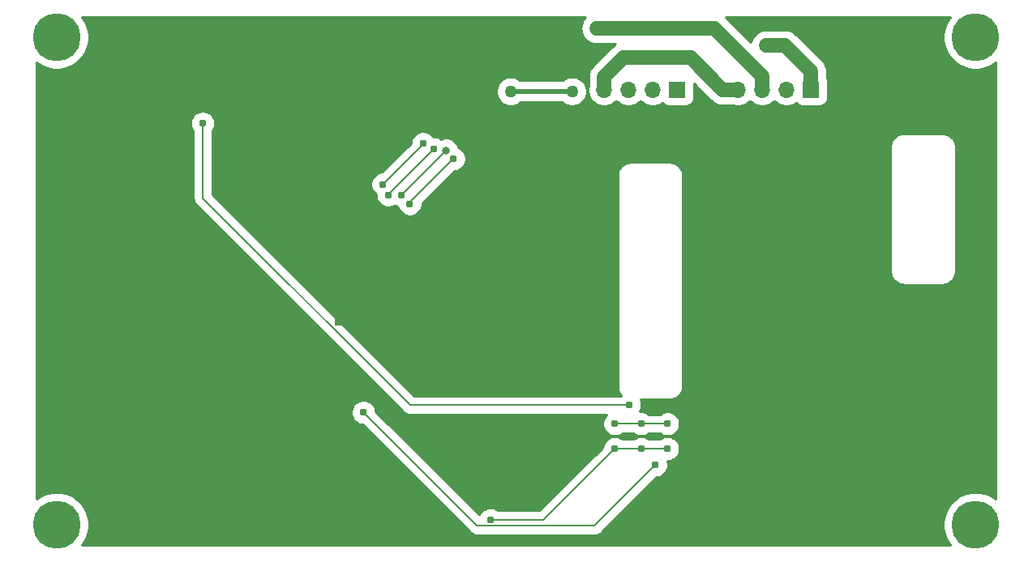
<source format=gbl>
G04 #@! TF.GenerationSoftware,KiCad,Pcbnew,(5.1.10-1-10_14)*
G04 #@! TF.CreationDate,2021-10-20T12:02:30-05:00*
G04 #@! TF.ProjectId,stepper_analyzer,73746570-7065-4725-9f61-6e616c797a65,rev?*
G04 #@! TF.SameCoordinates,Original*
G04 #@! TF.FileFunction,Copper,L2,Bot*
G04 #@! TF.FilePolarity,Positive*
%FSLAX46Y46*%
G04 Gerber Fmt 4.6, Leading zero omitted, Abs format (unit mm)*
G04 Created by KiCad (PCBNEW (5.1.10-1-10_14)) date 2021-10-20 12:02:30*
%MOMM*%
%LPD*%
G01*
G04 APERTURE LIST*
G04 #@! TA.AperFunction,ComponentPad*
%ADD10R,1.700000X1.700000*%
G04 #@! TD*
G04 #@! TA.AperFunction,ComponentPad*
%ADD11C,0.800000*%
G04 #@! TD*
G04 #@! TA.AperFunction,ComponentPad*
%ADD12C,5.000000*%
G04 #@! TD*
G04 #@! TA.AperFunction,ComponentPad*
%ADD13O,1.700000X1.700000*%
G04 #@! TD*
G04 #@! TA.AperFunction,ViaPad*
%ADD14C,0.787400*%
G04 #@! TD*
G04 #@! TA.AperFunction,ViaPad*
%ADD15C,1.270000*%
G04 #@! TD*
G04 #@! TA.AperFunction,ViaPad*
%ADD16C,0.800000*%
G04 #@! TD*
G04 #@! TA.AperFunction,Conductor*
%ADD17C,0.508000*%
G04 #@! TD*
G04 #@! TA.AperFunction,Conductor*
%ADD18C,1.524000*%
G04 #@! TD*
G04 #@! TA.AperFunction,Conductor*
%ADD19C,0.203200*%
G04 #@! TD*
G04 #@! TA.AperFunction,Conductor*
%ADD20C,0.254000*%
G04 #@! TD*
G04 #@! TA.AperFunction,Conductor*
%ADD21C,0.100000*%
G04 #@! TD*
G04 APERTURE END LIST*
D10*
X31890000Y50050000D03*
X31890000Y37350000D03*
X31890000Y24650000D03*
X31890000Y11950000D03*
X14110000Y11950000D03*
X14110000Y24650000D03*
X14110000Y37350000D03*
X14110000Y50050000D03*
D11*
X3325825Y4325825D03*
X2000000Y4875000D03*
X674175Y4325825D03*
X125000Y3000000D03*
X674175Y1674175D03*
X2000000Y1125000D03*
X3325825Y1674175D03*
X3875000Y3000000D03*
D12*
X2000000Y3000000D03*
D11*
X99325825Y55325825D03*
X98000000Y55875000D03*
X96674175Y55325825D03*
X96125000Y54000000D03*
X96674175Y52674175D03*
X98000000Y52125000D03*
X99325825Y52674175D03*
X99875000Y54000000D03*
D12*
X98000000Y54000000D03*
D11*
X99325825Y4325825D03*
X98000000Y4875000D03*
X96674175Y4325825D03*
X96125000Y3000000D03*
X96674175Y1674175D03*
X98000000Y1125000D03*
X99325825Y1674175D03*
X99875000Y3000000D03*
D12*
X98000000Y3000000D03*
D11*
X3325825Y55325825D03*
X2000000Y55875000D03*
X674175Y55325825D03*
X125000Y54000000D03*
X674175Y52674175D03*
X2000000Y52125000D03*
X3325825Y52674175D03*
X3875000Y54000000D03*
D12*
X2000000Y54000000D03*
G04 #@! TA.AperFunction,ComponentPad*
G36*
G01*
X1156500Y10927500D02*
X1156500Y11777500D01*
G75*
G02*
X1581500Y12202500I425000J0D01*
G01*
X2431500Y12202500D01*
G75*
G02*
X2856500Y11777500I0J-425000D01*
G01*
X2856500Y10927500D01*
G75*
G02*
X2431500Y10502500I-425000J0D01*
G01*
X1581500Y10502500D01*
G75*
G02*
X1156500Y10927500I0J425000D01*
G01*
G37*
G04 #@! TD.AperFunction*
D13*
X59220000Y48500000D03*
X61760000Y48500000D03*
X64300000Y48500000D03*
D10*
X66840000Y48500000D03*
D13*
X73190000Y48500000D03*
X75730000Y48500000D03*
X78270000Y48500000D03*
D10*
X80810000Y48500000D03*
D14*
X34060000Y14750000D03*
X70821600Y38424800D03*
X48130000Y36960000D03*
X50758500Y34657000D03*
X86017000Y48119000D03*
D15*
X42310000Y46000000D03*
D14*
X50885500Y31164500D03*
X49949000Y50151000D03*
D15*
X45504000Y7606000D03*
X47520000Y19798000D03*
D14*
X48091500Y32371000D03*
X47291291Y23261210D03*
X35979000Y23100000D03*
D15*
X55854500Y48309500D03*
X49441000Y48309500D03*
X58401000Y54909400D03*
X60579000Y54909400D03*
D14*
X36645750Y37482750D03*
X41440000Y42277000D03*
X36106000Y38594000D03*
X40297000Y42848500D03*
D15*
X78016000Y53086000D03*
X76125000Y53086000D03*
D14*
X38900000Y36562000D03*
X43472000Y41261000D03*
X38011000Y37451000D03*
D16*
X42710000Y42150000D03*
D14*
X60310000Y13550000D03*
X63060000Y13550000D03*
X65810000Y13550000D03*
X47310000Y3500000D03*
X60310000Y10950000D03*
X63060000Y10950000D03*
X65810000Y10950000D03*
X17280000Y44970000D03*
X61810000Y15500000D03*
X64560000Y9250000D03*
D17*
X49441000Y48309500D02*
X55854500Y48309500D01*
D18*
X75730000Y49897000D02*
X70717600Y54909400D01*
X75730000Y48500000D02*
X75730000Y49897000D01*
X70717600Y54909400D02*
X58401000Y54909400D01*
D19*
X36645750Y37546250D02*
X36645750Y37482750D01*
X41440000Y42277000D02*
X36645750Y37546250D01*
X40297000Y42785000D02*
X36106000Y38594000D01*
X40297000Y42848500D02*
X40297000Y42785000D01*
D18*
X59220000Y49822000D02*
X59220000Y48500000D01*
X61214000Y51816000D02*
X59220000Y49822000D01*
X68223000Y51816000D02*
X61214000Y51816000D01*
X71539000Y48500000D02*
X68223000Y51816000D01*
X73190000Y48500000D02*
X71539000Y48500000D01*
X80810000Y50374000D02*
X80810000Y48500000D01*
X78098000Y53086000D02*
X80810000Y50374000D01*
X78016000Y53086000D02*
X78098000Y53086000D01*
X78016000Y53086000D02*
X76125000Y53086000D01*
D19*
X38900000Y36689000D02*
X38900000Y36562000D01*
X43472000Y41261000D02*
X38900000Y36689000D01*
X42710000Y42150000D02*
X38011000Y37451000D01*
X60310000Y13550000D02*
X63060000Y13550000D01*
X65810000Y13550000D02*
X63060000Y13550000D01*
X52860000Y3500000D02*
X60310000Y10950000D01*
X47310000Y3500000D02*
X52860000Y3500000D01*
X65810000Y10950000D02*
X63060000Y10950000D01*
X60310000Y10950000D02*
X63060000Y10950000D01*
X17280000Y37148518D02*
X17280000Y44970000D01*
X38928518Y15500000D02*
X17280000Y37148518D01*
X61810000Y15500000D02*
X38928518Y15500000D01*
X58187699Y2877699D02*
X64560000Y9250000D01*
X45932301Y2877699D02*
X58187699Y2877699D01*
X34060000Y14750000D02*
X45932301Y2877699D01*
D20*
X57227918Y56082482D02*
X57021602Y55831084D01*
X56868295Y55544267D01*
X56773889Y55233053D01*
X56742012Y54909400D01*
X56773889Y54585747D01*
X56868295Y54274533D01*
X57021602Y53987716D01*
X57227918Y53736318D01*
X57479316Y53530002D01*
X57766133Y53376695D01*
X58077347Y53282289D01*
X58319896Y53258400D01*
X60410184Y53258400D01*
X60292316Y53195398D01*
X60040918Y52989082D01*
X59989213Y52926079D01*
X58109921Y51046787D01*
X58046918Y50995082D01*
X57840602Y50743683D01*
X57687295Y50456866D01*
X57592889Y50145652D01*
X57576387Y49978104D01*
X57561012Y49822000D01*
X57569000Y49740899D01*
X57569000Y49058359D01*
X57547829Y49007248D01*
X57481000Y48671277D01*
X57481000Y48328723D01*
X57547829Y47992752D01*
X57678918Y47676275D01*
X57869231Y47391452D01*
X58111452Y47149231D01*
X58396275Y46958918D01*
X58712752Y46827829D01*
X59048723Y46761000D01*
X59391277Y46761000D01*
X59727248Y46827829D01*
X60043725Y46958918D01*
X60328548Y47149231D01*
X60490000Y47310683D01*
X60651452Y47149231D01*
X60936275Y46958918D01*
X61252752Y46827829D01*
X61588723Y46761000D01*
X61931277Y46761000D01*
X62267248Y46827829D01*
X62583725Y46958918D01*
X62868548Y47149231D01*
X63030000Y47310683D01*
X63191452Y47149231D01*
X63476275Y46958918D01*
X63792752Y46827829D01*
X64128723Y46761000D01*
X64471277Y46761000D01*
X64807248Y46827829D01*
X65123725Y46958918D01*
X65306746Y47081209D01*
X65358341Y47018341D01*
X65493709Y46907247D01*
X65648149Y46824697D01*
X65815726Y46773864D01*
X65990000Y46756699D01*
X67690000Y46756699D01*
X67864274Y46773864D01*
X68031851Y46824697D01*
X68186291Y46907247D01*
X68321659Y47018341D01*
X68432753Y47153709D01*
X68515303Y47308149D01*
X68566136Y47475726D01*
X68583301Y47650000D01*
X68583301Y49120833D01*
X70314218Y47389915D01*
X70365918Y47326918D01*
X70428915Y47275218D01*
X70617315Y47120602D01*
X70770622Y47038658D01*
X70904133Y46967295D01*
X71215347Y46872889D01*
X71457896Y46849000D01*
X71457898Y46849000D01*
X71538999Y46841012D01*
X71620100Y46849000D01*
X72631641Y46849000D01*
X72682752Y46827829D01*
X73018723Y46761000D01*
X73361277Y46761000D01*
X73697248Y46827829D01*
X74013725Y46958918D01*
X74298548Y47149231D01*
X74460000Y47310683D01*
X74621452Y47149231D01*
X74906275Y46958918D01*
X75222752Y46827829D01*
X75558723Y46761000D01*
X75901277Y46761000D01*
X76237248Y46827829D01*
X76553725Y46958918D01*
X76838548Y47149231D01*
X77000000Y47310683D01*
X77161452Y47149231D01*
X77446275Y46958918D01*
X77762752Y46827829D01*
X78098723Y46761000D01*
X78441277Y46761000D01*
X78777248Y46827829D01*
X79093725Y46958918D01*
X79276746Y47081209D01*
X79328341Y47018341D01*
X79463709Y46907247D01*
X79618149Y46824697D01*
X79785726Y46773864D01*
X79960000Y46756699D01*
X81660000Y46756699D01*
X81834274Y46773864D01*
X82001851Y46824697D01*
X82156291Y46907247D01*
X82291659Y47018341D01*
X82402753Y47153709D01*
X82485303Y47308149D01*
X82536136Y47475726D01*
X82553301Y47650000D01*
X82553301Y49350000D01*
X82536136Y49524274D01*
X82485303Y49691851D01*
X82461000Y49737319D01*
X82461000Y50292900D01*
X82468988Y50374001D01*
X82460826Y50456867D01*
X82437111Y50697653D01*
X82342705Y51008867D01*
X82271342Y51142378D01*
X82189398Y51295685D01*
X82034782Y51484085D01*
X81983082Y51547082D01*
X81920086Y51598781D01*
X79322787Y54196079D01*
X79271082Y54259082D01*
X79019684Y54465398D01*
X78732867Y54618705D01*
X78421653Y54713111D01*
X78179104Y54737000D01*
X78179101Y54737000D01*
X78098000Y54744988D01*
X78016899Y54737000D01*
X76043896Y54737000D01*
X75801347Y54713111D01*
X75490133Y54618705D01*
X75203316Y54465398D01*
X74951918Y54259082D01*
X74745602Y54007684D01*
X74592295Y53720867D01*
X74510533Y53451334D01*
X71942387Y56019479D01*
X71890682Y56082482D01*
X71886395Y56086000D01*
X95317905Y56086000D01*
X94996707Y55605294D01*
X94741237Y54988535D01*
X94611000Y54333787D01*
X94611000Y53666213D01*
X94741237Y53011465D01*
X94996707Y52394706D01*
X95367592Y51839638D01*
X95839638Y51367592D01*
X96394706Y50996707D01*
X97011465Y50741237D01*
X97666213Y50611000D01*
X98333787Y50611000D01*
X98988535Y50741237D01*
X99605294Y50996707D01*
X100086001Y51317905D01*
X100086000Y5682095D01*
X99605294Y6003293D01*
X98988535Y6258763D01*
X98333787Y6389000D01*
X97666213Y6389000D01*
X97011465Y6258763D01*
X96394706Y6003293D01*
X95839638Y5632408D01*
X95367592Y5160362D01*
X94996707Y4605294D01*
X94741237Y3988535D01*
X94611000Y3333787D01*
X94611000Y2666213D01*
X94741237Y2011465D01*
X94996707Y1394706D01*
X95317905Y914000D01*
X4682095Y914000D01*
X5003293Y1394706D01*
X5258763Y2011465D01*
X5389000Y2666213D01*
X5389000Y3333787D01*
X5258763Y3988535D01*
X5003293Y4605294D01*
X4632408Y5160362D01*
X4160362Y5632408D01*
X3605294Y6003293D01*
X2988535Y6258763D01*
X2333787Y6389000D01*
X1666213Y6389000D01*
X1011465Y6258763D01*
X394706Y6003293D01*
X-86000Y5682095D01*
X-86000Y14876335D01*
X32777300Y14876335D01*
X32777300Y14623665D01*
X32826594Y14375850D01*
X32923286Y14142414D01*
X33063662Y13932327D01*
X33242327Y13753662D01*
X33452414Y13613286D01*
X33685850Y13516594D01*
X33933665Y13467300D01*
X33941781Y13467300D01*
X45197431Y2211649D01*
X45228452Y2173850D01*
X45266251Y2142829D01*
X45266252Y2142828D01*
X45309018Y2107731D01*
X45379290Y2050060D01*
X45551381Y1958076D01*
X45738109Y1901432D01*
X45883636Y1887099D01*
X45883646Y1887099D01*
X45932300Y1882307D01*
X45980955Y1887099D01*
X58139045Y1887099D01*
X58187699Y1882307D01*
X58236353Y1887099D01*
X58236364Y1887099D01*
X58381891Y1901432D01*
X58568619Y1958076D01*
X58740710Y2050060D01*
X58891548Y2173850D01*
X58922573Y2211654D01*
X64678219Y7967300D01*
X64686335Y7967300D01*
X64934150Y8016594D01*
X65167586Y8113286D01*
X65377673Y8253662D01*
X65556338Y8432327D01*
X65696714Y8642414D01*
X65793406Y8875850D01*
X65842700Y9123665D01*
X65842700Y9376335D01*
X65793406Y9624150D01*
X65775533Y9667300D01*
X65936335Y9667300D01*
X66184150Y9716594D01*
X66417586Y9813286D01*
X66627673Y9953662D01*
X66806338Y10132327D01*
X66946714Y10342414D01*
X67043406Y10575850D01*
X67092700Y10823665D01*
X67092700Y11076335D01*
X67043406Y11324150D01*
X66946714Y11557586D01*
X66806338Y11767673D01*
X66627673Y11946338D01*
X66417586Y12086714D01*
X66184150Y12183406D01*
X65936335Y12232700D01*
X65683665Y12232700D01*
X65435850Y12183406D01*
X65202414Y12086714D01*
X64992327Y11946338D01*
X64986589Y11940600D01*
X63883411Y11940600D01*
X63877673Y11946338D01*
X63667586Y12086714D01*
X63434150Y12183406D01*
X63186335Y12232700D01*
X62933665Y12232700D01*
X62685850Y12183406D01*
X62452414Y12086714D01*
X62242327Y11946338D01*
X62236589Y11940600D01*
X61133411Y11940600D01*
X61127673Y11946338D01*
X60917586Y12086714D01*
X60684150Y12183406D01*
X60436335Y12232700D01*
X60183665Y12232700D01*
X59935850Y12183406D01*
X59702414Y12086714D01*
X59492327Y11946338D01*
X59313662Y11767673D01*
X59173286Y11557586D01*
X59076594Y11324150D01*
X59027300Y11076335D01*
X59027300Y11068220D01*
X52449681Y4490600D01*
X48133411Y4490600D01*
X48127673Y4496338D01*
X47917586Y4636714D01*
X47684150Y4733406D01*
X47436335Y4782700D01*
X47183665Y4782700D01*
X46935850Y4733406D01*
X46702414Y4636714D01*
X46492327Y4496338D01*
X46313662Y4317673D01*
X46173286Y4107586D01*
X46152798Y4058122D01*
X35342700Y14868219D01*
X35342700Y14876335D01*
X35293406Y15124150D01*
X35196714Y15357586D01*
X35056338Y15567673D01*
X34877673Y15746338D01*
X34667586Y15886714D01*
X34434150Y15983406D01*
X34186335Y16032700D01*
X33933665Y16032700D01*
X33685850Y15983406D01*
X33452414Y15886714D01*
X33242327Y15746338D01*
X33063662Y15567673D01*
X32923286Y15357586D01*
X32826594Y15124150D01*
X32777300Y14876335D01*
X-86000Y14876335D01*
X-86000Y45096335D01*
X15997300Y45096335D01*
X15997300Y44843665D01*
X16046594Y44595850D01*
X16143286Y44362414D01*
X16283662Y44152327D01*
X16289401Y44146588D01*
X16289400Y37197172D01*
X16284608Y37148518D01*
X16289400Y37099864D01*
X16289400Y37099854D01*
X16303733Y36954327D01*
X16360377Y36767599D01*
X16452361Y36595507D01*
X16576151Y36444669D01*
X16613955Y36413644D01*
X38193648Y14833950D01*
X38224669Y14796151D01*
X38375507Y14672361D01*
X38547598Y14580377D01*
X38734326Y14523733D01*
X38879853Y14509400D01*
X38879861Y14509400D01*
X38928518Y14504608D01*
X38977175Y14509400D01*
X59455389Y14509400D01*
X59313662Y14367673D01*
X59173286Y14157586D01*
X59076594Y13924150D01*
X59027300Y13676335D01*
X59027300Y13423665D01*
X59076594Y13175850D01*
X59173286Y12942414D01*
X59313662Y12732327D01*
X59492327Y12553662D01*
X59702414Y12413286D01*
X59935850Y12316594D01*
X60183665Y12267300D01*
X60436335Y12267300D01*
X60684150Y12316594D01*
X60917586Y12413286D01*
X61127673Y12553662D01*
X61133411Y12559400D01*
X62236589Y12559400D01*
X62242327Y12553662D01*
X62452414Y12413286D01*
X62685850Y12316594D01*
X62933665Y12267300D01*
X63186335Y12267300D01*
X63434150Y12316594D01*
X63667586Y12413286D01*
X63877673Y12553662D01*
X63883411Y12559400D01*
X64986589Y12559400D01*
X64992327Y12553662D01*
X65202414Y12413286D01*
X65435850Y12316594D01*
X65683665Y12267300D01*
X65936335Y12267300D01*
X66184150Y12316594D01*
X66417586Y12413286D01*
X66627673Y12553662D01*
X66806338Y12732327D01*
X66946714Y12942414D01*
X67043406Y13175850D01*
X67092700Y13423665D01*
X67092700Y13676335D01*
X67043406Y13924150D01*
X66946714Y14157586D01*
X66806338Y14367673D01*
X66627673Y14546338D01*
X66417586Y14686714D01*
X66184150Y14783406D01*
X65936335Y14832700D01*
X65683665Y14832700D01*
X65435850Y14783406D01*
X65202414Y14686714D01*
X64992327Y14546338D01*
X64986589Y14540600D01*
X63883411Y14540600D01*
X63877673Y14546338D01*
X63667586Y14686714D01*
X63434150Y14783406D01*
X63186335Y14832700D01*
X62933665Y14832700D01*
X62902698Y14826540D01*
X62946714Y14892414D01*
X63043406Y15125850D01*
X63092700Y15373665D01*
X63092700Y15626335D01*
X63043406Y15874150D01*
X62955655Y16086000D01*
X66044898Y16086000D01*
X66083413Y16089793D01*
X66086328Y16089773D01*
X66099029Y16091019D01*
X66146273Y16095984D01*
X66179175Y16099225D01*
X66180272Y16099558D01*
X66196077Y16101219D01*
X66277241Y16117879D01*
X66358599Y16133399D01*
X66370815Y16137087D01*
X66464034Y16165943D01*
X66540374Y16198033D01*
X66617215Y16229080D01*
X66628483Y16235071D01*
X66714320Y16281484D01*
X66782981Y16327797D01*
X66852314Y16373167D01*
X66862203Y16381233D01*
X66937392Y16443435D01*
X66995785Y16502238D01*
X67054945Y16560170D01*
X67063080Y16570002D01*
X67124756Y16645623D01*
X67170610Y16714638D01*
X67217408Y16782986D01*
X67223477Y16794211D01*
X67269289Y16880372D01*
X67300845Y16956934D01*
X67333488Y17033096D01*
X67337262Y17045286D01*
X67365467Y17138704D01*
X67381557Y17219965D01*
X67398782Y17301005D01*
X67400116Y17313696D01*
X67409638Y17410813D01*
X67414000Y17455102D01*
X67414000Y39544898D01*
X67410207Y39583413D01*
X67410227Y39586328D01*
X67408981Y39599028D01*
X67404016Y39646265D01*
X67400775Y39679175D01*
X67400442Y39680272D01*
X67398781Y39696077D01*
X67382121Y39777241D01*
X67366601Y39858599D01*
X67362913Y39870815D01*
X67334057Y39964034D01*
X67301955Y40040401D01*
X67270920Y40117216D01*
X67264928Y40128483D01*
X67218516Y40214321D01*
X67172183Y40283011D01*
X67126832Y40352314D01*
X67118767Y40362203D01*
X67056565Y40437392D01*
X66997762Y40495785D01*
X66939830Y40554945D01*
X66929997Y40563080D01*
X66854377Y40624756D01*
X66785362Y40670610D01*
X66717014Y40717408D01*
X66705788Y40723478D01*
X66619628Y40769289D01*
X66543066Y40800845D01*
X66466904Y40833488D01*
X66454714Y40837262D01*
X66361296Y40865467D01*
X66280049Y40881554D01*
X66198996Y40898782D01*
X66186304Y40900116D01*
X66089187Y40909638D01*
X66044898Y40914000D01*
X61955102Y40914000D01*
X61916587Y40910207D01*
X61913672Y40910227D01*
X61900972Y40908981D01*
X61853735Y40904016D01*
X61820825Y40900775D01*
X61819728Y40900442D01*
X61803923Y40898781D01*
X61722759Y40882121D01*
X61641401Y40866601D01*
X61629185Y40862913D01*
X61535966Y40834057D01*
X61459599Y40801955D01*
X61382784Y40770920D01*
X61371525Y40764932D01*
X61371522Y40764931D01*
X61371520Y40764929D01*
X61371517Y40764928D01*
X61285679Y40718516D01*
X61216989Y40672183D01*
X61147686Y40626832D01*
X61137797Y40618767D01*
X61062608Y40556565D01*
X61004215Y40497762D01*
X60945055Y40439830D01*
X60936920Y40429997D01*
X60875244Y40354377D01*
X60829390Y40285362D01*
X60782592Y40217014D01*
X60776522Y40205788D01*
X60730711Y40119628D01*
X60699155Y40043066D01*
X60666512Y39966904D01*
X60662738Y39954714D01*
X60634533Y39861296D01*
X60618446Y39780049D01*
X60601218Y39698996D01*
X60599884Y39686304D01*
X60590362Y39589187D01*
X60586000Y39544897D01*
X60586001Y17455102D01*
X60589793Y17416596D01*
X60589773Y17413672D01*
X60591019Y17400971D01*
X60596000Y17353576D01*
X60599226Y17320825D01*
X60599557Y17319733D01*
X60601219Y17303923D01*
X60617879Y17222759D01*
X60633399Y17141401D01*
X60637087Y17129185D01*
X60665943Y17035966D01*
X60698033Y16959626D01*
X60729080Y16882785D01*
X60735071Y16871517D01*
X60781484Y16785680D01*
X60827797Y16717019D01*
X60873167Y16647686D01*
X60881233Y16637797D01*
X60943435Y16562608D01*
X61002238Y16504215D01*
X61002980Y16503456D01*
X60992327Y16496338D01*
X60986589Y16490600D01*
X39338838Y16490600D01*
X18270600Y37558837D01*
X18270600Y38720335D01*
X34823300Y38720335D01*
X34823300Y38467665D01*
X34872594Y38219850D01*
X34969286Y37986414D01*
X35109662Y37776327D01*
X35288327Y37597662D01*
X35363050Y37547734D01*
X35363050Y37356415D01*
X35412344Y37108600D01*
X35509036Y36875164D01*
X35649412Y36665077D01*
X35828077Y36486412D01*
X36038164Y36346036D01*
X36271600Y36249344D01*
X36519415Y36200050D01*
X36772085Y36200050D01*
X37019900Y36249344D01*
X37253336Y36346036D01*
X37304616Y36380301D01*
X37403414Y36314286D01*
X37636850Y36217594D01*
X37661659Y36212659D01*
X37666594Y36187850D01*
X37763286Y35954414D01*
X37903662Y35744327D01*
X38082327Y35565662D01*
X38292414Y35425286D01*
X38525850Y35328594D01*
X38773665Y35279300D01*
X39026335Y35279300D01*
X39274150Y35328594D01*
X39507586Y35425286D01*
X39717673Y35565662D01*
X39896338Y35744327D01*
X40036714Y35954414D01*
X40133406Y36187850D01*
X40182700Y36435665D01*
X40182700Y36570781D01*
X43590220Y39978300D01*
X43598335Y39978300D01*
X43846150Y40027594D01*
X44079586Y40124286D01*
X44289673Y40264662D01*
X44468338Y40443327D01*
X44608714Y40653414D01*
X44705406Y40886850D01*
X44754700Y41134665D01*
X44754700Y41387335D01*
X44705406Y41635150D01*
X44608714Y41868586D01*
X44468338Y42078673D01*
X44289673Y42257338D01*
X44079586Y42397714D01*
X43965587Y42444934D01*
X43949465Y42525987D01*
X43941633Y42544897D01*
X89086000Y42544897D01*
X89086001Y29455102D01*
X89089793Y29416596D01*
X89089773Y29413672D01*
X89091019Y29400971D01*
X89096000Y29353576D01*
X89099226Y29320825D01*
X89099557Y29319733D01*
X89101219Y29303923D01*
X89117879Y29222759D01*
X89133399Y29141401D01*
X89137087Y29129185D01*
X89165943Y29035966D01*
X89198033Y28959626D01*
X89229080Y28882785D01*
X89235071Y28871517D01*
X89281484Y28785680D01*
X89327797Y28717019D01*
X89373167Y28647686D01*
X89381233Y28637797D01*
X89443435Y28562608D01*
X89502238Y28504215D01*
X89560170Y28445055D01*
X89570002Y28436920D01*
X89645623Y28375244D01*
X89714638Y28329390D01*
X89782986Y28282592D01*
X89794211Y28276523D01*
X89880372Y28230711D01*
X89956934Y28199155D01*
X90033096Y28166512D01*
X90045286Y28162738D01*
X90138704Y28134533D01*
X90219965Y28118443D01*
X90301005Y28101218D01*
X90313696Y28099884D01*
X90410813Y28090362D01*
X90455102Y28086000D01*
X94544898Y28086000D01*
X94583413Y28089793D01*
X94586328Y28089773D01*
X94599029Y28091019D01*
X94646273Y28095984D01*
X94679175Y28099225D01*
X94680272Y28099558D01*
X94696077Y28101219D01*
X94777241Y28117879D01*
X94858599Y28133399D01*
X94870815Y28137087D01*
X94964034Y28165943D01*
X95040374Y28198033D01*
X95117215Y28229080D01*
X95128483Y28235071D01*
X95214320Y28281484D01*
X95282981Y28327797D01*
X95352314Y28373167D01*
X95362203Y28381233D01*
X95437392Y28443435D01*
X95495785Y28502238D01*
X95554945Y28560170D01*
X95563080Y28570002D01*
X95624756Y28645623D01*
X95670610Y28714638D01*
X95717408Y28782986D01*
X95723477Y28794211D01*
X95769289Y28880372D01*
X95800845Y28956934D01*
X95833488Y29033096D01*
X95837262Y29045286D01*
X95865467Y29138704D01*
X95881557Y29219965D01*
X95898782Y29301005D01*
X95900116Y29313696D01*
X95909638Y29410813D01*
X95914000Y29455102D01*
X95914000Y42544898D01*
X95910207Y42583413D01*
X95910227Y42586328D01*
X95908981Y42599028D01*
X95904016Y42646265D01*
X95900775Y42679175D01*
X95900442Y42680272D01*
X95898781Y42696077D01*
X95882121Y42777241D01*
X95866601Y42858599D01*
X95862913Y42870815D01*
X95834057Y42964034D01*
X95801955Y43040401D01*
X95770920Y43117216D01*
X95764928Y43128483D01*
X95718516Y43214321D01*
X95672183Y43283011D01*
X95626832Y43352314D01*
X95618767Y43362203D01*
X95556565Y43437392D01*
X95497762Y43495785D01*
X95439830Y43554945D01*
X95429997Y43563080D01*
X95354377Y43624756D01*
X95285362Y43670610D01*
X95217014Y43717408D01*
X95205788Y43723478D01*
X95119628Y43769289D01*
X95043066Y43800845D01*
X94966904Y43833488D01*
X94954714Y43837262D01*
X94861296Y43865467D01*
X94780049Y43881554D01*
X94698996Y43898782D01*
X94686304Y43900116D01*
X94589187Y43909638D01*
X94544898Y43914000D01*
X90455102Y43914000D01*
X90416587Y43910207D01*
X90413672Y43910227D01*
X90400972Y43908981D01*
X90353735Y43904016D01*
X90320825Y43900775D01*
X90319728Y43900442D01*
X90303923Y43898781D01*
X90222759Y43882121D01*
X90141401Y43866601D01*
X90129185Y43862913D01*
X90035966Y43834057D01*
X89959599Y43801955D01*
X89882784Y43770920D01*
X89871525Y43764932D01*
X89871522Y43764931D01*
X89871520Y43764929D01*
X89871517Y43764928D01*
X89785679Y43718516D01*
X89716989Y43672183D01*
X89647686Y43626832D01*
X89637797Y43618767D01*
X89562608Y43556565D01*
X89504215Y43497762D01*
X89445055Y43439830D01*
X89436920Y43429997D01*
X89375244Y43354377D01*
X89329390Y43285362D01*
X89282592Y43217014D01*
X89276522Y43205788D01*
X89230711Y43119628D01*
X89199155Y43043066D01*
X89166512Y42966904D01*
X89162738Y42954714D01*
X89134533Y42861296D01*
X89118446Y42780049D01*
X89101218Y42698996D01*
X89099884Y42686304D01*
X89090362Y42589187D01*
X89086000Y42544897D01*
X43941633Y42544897D01*
X43852297Y42760570D01*
X43711232Y42971690D01*
X43531690Y43151232D01*
X43320570Y43292297D01*
X43085987Y43389465D01*
X42836955Y43439000D01*
X42583045Y43439000D01*
X42334013Y43389465D01*
X42179600Y43325505D01*
X42047586Y43413714D01*
X41814150Y43510406D01*
X41566335Y43559700D01*
X41364481Y43559700D01*
X41293338Y43666173D01*
X41114673Y43844838D01*
X40904586Y43985214D01*
X40671150Y44081906D01*
X40423335Y44131200D01*
X40170665Y44131200D01*
X39922850Y44081906D01*
X39689414Y43985214D01*
X39479327Y43844838D01*
X39300662Y43666173D01*
X39160286Y43456086D01*
X39063594Y43222650D01*
X39014300Y42974835D01*
X39014300Y42903220D01*
X35987781Y39876700D01*
X35979665Y39876700D01*
X35731850Y39827406D01*
X35498414Y39730714D01*
X35288327Y39590338D01*
X35109662Y39411673D01*
X34969286Y39201586D01*
X34872594Y38968150D01*
X34823300Y38720335D01*
X18270600Y38720335D01*
X18270600Y44146589D01*
X18276338Y44152327D01*
X18416714Y44362414D01*
X18513406Y44595850D01*
X18562700Y44843665D01*
X18562700Y45096335D01*
X18513406Y45344150D01*
X18416714Y45577586D01*
X18276338Y45787673D01*
X18097673Y45966338D01*
X17887586Y46106714D01*
X17654150Y46203406D01*
X17406335Y46252700D01*
X17153665Y46252700D01*
X16905850Y46203406D01*
X16672414Y46106714D01*
X16462327Y45966338D01*
X16283662Y45787673D01*
X16143286Y45577586D01*
X16046594Y45344150D01*
X15997300Y45096335D01*
X-86000Y45096335D01*
X-86000Y48459601D01*
X47917000Y48459601D01*
X47917000Y48159399D01*
X47975566Y47864966D01*
X48090449Y47587615D01*
X48257232Y47338007D01*
X48469507Y47125732D01*
X48719115Y46958949D01*
X48996466Y46844066D01*
X49290899Y46785500D01*
X49591101Y46785500D01*
X49885534Y46844066D01*
X50162885Y46958949D01*
X50412493Y47125732D01*
X50453261Y47166500D01*
X54842239Y47166500D01*
X54883007Y47125732D01*
X55132615Y46958949D01*
X55409966Y46844066D01*
X55704399Y46785500D01*
X56004601Y46785500D01*
X56299034Y46844066D01*
X56576385Y46958949D01*
X56825993Y47125732D01*
X57038268Y47338007D01*
X57205051Y47587615D01*
X57319934Y47864966D01*
X57378500Y48159399D01*
X57378500Y48459601D01*
X57319934Y48754034D01*
X57205051Y49031385D01*
X57038268Y49280993D01*
X56825993Y49493268D01*
X56576385Y49660051D01*
X56299034Y49774934D01*
X56004601Y49833500D01*
X55704399Y49833500D01*
X55409966Y49774934D01*
X55132615Y49660051D01*
X54883007Y49493268D01*
X54842239Y49452500D01*
X50453261Y49452500D01*
X50412493Y49493268D01*
X50162885Y49660051D01*
X49885534Y49774934D01*
X49591101Y49833500D01*
X49290899Y49833500D01*
X48996466Y49774934D01*
X48719115Y49660051D01*
X48469507Y49493268D01*
X48257232Y49280993D01*
X48090449Y49031385D01*
X47975566Y48754034D01*
X47917000Y48459601D01*
X-86000Y48459601D01*
X-86000Y51317905D01*
X394706Y50996707D01*
X1011465Y50741237D01*
X1666213Y50611000D01*
X2333787Y50611000D01*
X2988535Y50741237D01*
X3605294Y50996707D01*
X4160362Y51367592D01*
X4632408Y51839638D01*
X5003293Y52394706D01*
X5258763Y53011465D01*
X5389000Y53666213D01*
X5389000Y54333787D01*
X5258763Y54988535D01*
X5003293Y55605294D01*
X4682095Y56086000D01*
X57232205Y56086000D01*
X57227918Y56082482D01*
G04 #@! TA.AperFunction,Conductor*
D21*
G36*
X57227918Y56082482D02*
G01*
X57021602Y55831084D01*
X56868295Y55544267D01*
X56773889Y55233053D01*
X56742012Y54909400D01*
X56773889Y54585747D01*
X56868295Y54274533D01*
X57021602Y53987716D01*
X57227918Y53736318D01*
X57479316Y53530002D01*
X57766133Y53376695D01*
X58077347Y53282289D01*
X58319896Y53258400D01*
X60410184Y53258400D01*
X60292316Y53195398D01*
X60040918Y52989082D01*
X59989213Y52926079D01*
X58109921Y51046787D01*
X58046918Y50995082D01*
X57840602Y50743683D01*
X57687295Y50456866D01*
X57592889Y50145652D01*
X57576387Y49978104D01*
X57561012Y49822000D01*
X57569000Y49740899D01*
X57569000Y49058359D01*
X57547829Y49007248D01*
X57481000Y48671277D01*
X57481000Y48328723D01*
X57547829Y47992752D01*
X57678918Y47676275D01*
X57869231Y47391452D01*
X58111452Y47149231D01*
X58396275Y46958918D01*
X58712752Y46827829D01*
X59048723Y46761000D01*
X59391277Y46761000D01*
X59727248Y46827829D01*
X60043725Y46958918D01*
X60328548Y47149231D01*
X60490000Y47310683D01*
X60651452Y47149231D01*
X60936275Y46958918D01*
X61252752Y46827829D01*
X61588723Y46761000D01*
X61931277Y46761000D01*
X62267248Y46827829D01*
X62583725Y46958918D01*
X62868548Y47149231D01*
X63030000Y47310683D01*
X63191452Y47149231D01*
X63476275Y46958918D01*
X63792752Y46827829D01*
X64128723Y46761000D01*
X64471277Y46761000D01*
X64807248Y46827829D01*
X65123725Y46958918D01*
X65306746Y47081209D01*
X65358341Y47018341D01*
X65493709Y46907247D01*
X65648149Y46824697D01*
X65815726Y46773864D01*
X65990000Y46756699D01*
X67690000Y46756699D01*
X67864274Y46773864D01*
X68031851Y46824697D01*
X68186291Y46907247D01*
X68321659Y47018341D01*
X68432753Y47153709D01*
X68515303Y47308149D01*
X68566136Y47475726D01*
X68583301Y47650000D01*
X68583301Y49120833D01*
X70314218Y47389915D01*
X70365918Y47326918D01*
X70428915Y47275218D01*
X70617315Y47120602D01*
X70770622Y47038658D01*
X70904133Y46967295D01*
X71215347Y46872889D01*
X71457896Y46849000D01*
X71457898Y46849000D01*
X71538999Y46841012D01*
X71620100Y46849000D01*
X72631641Y46849000D01*
X72682752Y46827829D01*
X73018723Y46761000D01*
X73361277Y46761000D01*
X73697248Y46827829D01*
X74013725Y46958918D01*
X74298548Y47149231D01*
X74460000Y47310683D01*
X74621452Y47149231D01*
X74906275Y46958918D01*
X75222752Y46827829D01*
X75558723Y46761000D01*
X75901277Y46761000D01*
X76237248Y46827829D01*
X76553725Y46958918D01*
X76838548Y47149231D01*
X77000000Y47310683D01*
X77161452Y47149231D01*
X77446275Y46958918D01*
X77762752Y46827829D01*
X78098723Y46761000D01*
X78441277Y46761000D01*
X78777248Y46827829D01*
X79093725Y46958918D01*
X79276746Y47081209D01*
X79328341Y47018341D01*
X79463709Y46907247D01*
X79618149Y46824697D01*
X79785726Y46773864D01*
X79960000Y46756699D01*
X81660000Y46756699D01*
X81834274Y46773864D01*
X82001851Y46824697D01*
X82156291Y46907247D01*
X82291659Y47018341D01*
X82402753Y47153709D01*
X82485303Y47308149D01*
X82536136Y47475726D01*
X82553301Y47650000D01*
X82553301Y49350000D01*
X82536136Y49524274D01*
X82485303Y49691851D01*
X82461000Y49737319D01*
X82461000Y50292900D01*
X82468988Y50374001D01*
X82460826Y50456867D01*
X82437111Y50697653D01*
X82342705Y51008867D01*
X82271342Y51142378D01*
X82189398Y51295685D01*
X82034782Y51484085D01*
X81983082Y51547082D01*
X81920086Y51598781D01*
X79322787Y54196079D01*
X79271082Y54259082D01*
X79019684Y54465398D01*
X78732867Y54618705D01*
X78421653Y54713111D01*
X78179104Y54737000D01*
X78179101Y54737000D01*
X78098000Y54744988D01*
X78016899Y54737000D01*
X76043896Y54737000D01*
X75801347Y54713111D01*
X75490133Y54618705D01*
X75203316Y54465398D01*
X74951918Y54259082D01*
X74745602Y54007684D01*
X74592295Y53720867D01*
X74510533Y53451334D01*
X71942387Y56019479D01*
X71890682Y56082482D01*
X71886395Y56086000D01*
X95317905Y56086000D01*
X94996707Y55605294D01*
X94741237Y54988535D01*
X94611000Y54333787D01*
X94611000Y53666213D01*
X94741237Y53011465D01*
X94996707Y52394706D01*
X95367592Y51839638D01*
X95839638Y51367592D01*
X96394706Y50996707D01*
X97011465Y50741237D01*
X97666213Y50611000D01*
X98333787Y50611000D01*
X98988535Y50741237D01*
X99605294Y50996707D01*
X100086001Y51317905D01*
X100086000Y5682095D01*
X99605294Y6003293D01*
X98988535Y6258763D01*
X98333787Y6389000D01*
X97666213Y6389000D01*
X97011465Y6258763D01*
X96394706Y6003293D01*
X95839638Y5632408D01*
X95367592Y5160362D01*
X94996707Y4605294D01*
X94741237Y3988535D01*
X94611000Y3333787D01*
X94611000Y2666213D01*
X94741237Y2011465D01*
X94996707Y1394706D01*
X95317905Y914000D01*
X4682095Y914000D01*
X5003293Y1394706D01*
X5258763Y2011465D01*
X5389000Y2666213D01*
X5389000Y3333787D01*
X5258763Y3988535D01*
X5003293Y4605294D01*
X4632408Y5160362D01*
X4160362Y5632408D01*
X3605294Y6003293D01*
X2988535Y6258763D01*
X2333787Y6389000D01*
X1666213Y6389000D01*
X1011465Y6258763D01*
X394706Y6003293D01*
X-86000Y5682095D01*
X-86000Y14876335D01*
X32777300Y14876335D01*
X32777300Y14623665D01*
X32826594Y14375850D01*
X32923286Y14142414D01*
X33063662Y13932327D01*
X33242327Y13753662D01*
X33452414Y13613286D01*
X33685850Y13516594D01*
X33933665Y13467300D01*
X33941781Y13467300D01*
X45197431Y2211649D01*
X45228452Y2173850D01*
X45266251Y2142829D01*
X45266252Y2142828D01*
X45309018Y2107731D01*
X45379290Y2050060D01*
X45551381Y1958076D01*
X45738109Y1901432D01*
X45883636Y1887099D01*
X45883646Y1887099D01*
X45932300Y1882307D01*
X45980955Y1887099D01*
X58139045Y1887099D01*
X58187699Y1882307D01*
X58236353Y1887099D01*
X58236364Y1887099D01*
X58381891Y1901432D01*
X58568619Y1958076D01*
X58740710Y2050060D01*
X58891548Y2173850D01*
X58922573Y2211654D01*
X64678219Y7967300D01*
X64686335Y7967300D01*
X64934150Y8016594D01*
X65167586Y8113286D01*
X65377673Y8253662D01*
X65556338Y8432327D01*
X65696714Y8642414D01*
X65793406Y8875850D01*
X65842700Y9123665D01*
X65842700Y9376335D01*
X65793406Y9624150D01*
X65775533Y9667300D01*
X65936335Y9667300D01*
X66184150Y9716594D01*
X66417586Y9813286D01*
X66627673Y9953662D01*
X66806338Y10132327D01*
X66946714Y10342414D01*
X67043406Y10575850D01*
X67092700Y10823665D01*
X67092700Y11076335D01*
X67043406Y11324150D01*
X66946714Y11557586D01*
X66806338Y11767673D01*
X66627673Y11946338D01*
X66417586Y12086714D01*
X66184150Y12183406D01*
X65936335Y12232700D01*
X65683665Y12232700D01*
X65435850Y12183406D01*
X65202414Y12086714D01*
X64992327Y11946338D01*
X64986589Y11940600D01*
X63883411Y11940600D01*
X63877673Y11946338D01*
X63667586Y12086714D01*
X63434150Y12183406D01*
X63186335Y12232700D01*
X62933665Y12232700D01*
X62685850Y12183406D01*
X62452414Y12086714D01*
X62242327Y11946338D01*
X62236589Y11940600D01*
X61133411Y11940600D01*
X61127673Y11946338D01*
X60917586Y12086714D01*
X60684150Y12183406D01*
X60436335Y12232700D01*
X60183665Y12232700D01*
X59935850Y12183406D01*
X59702414Y12086714D01*
X59492327Y11946338D01*
X59313662Y11767673D01*
X59173286Y11557586D01*
X59076594Y11324150D01*
X59027300Y11076335D01*
X59027300Y11068220D01*
X52449681Y4490600D01*
X48133411Y4490600D01*
X48127673Y4496338D01*
X47917586Y4636714D01*
X47684150Y4733406D01*
X47436335Y4782700D01*
X47183665Y4782700D01*
X46935850Y4733406D01*
X46702414Y4636714D01*
X46492327Y4496338D01*
X46313662Y4317673D01*
X46173286Y4107586D01*
X46152798Y4058122D01*
X35342700Y14868219D01*
X35342700Y14876335D01*
X35293406Y15124150D01*
X35196714Y15357586D01*
X35056338Y15567673D01*
X34877673Y15746338D01*
X34667586Y15886714D01*
X34434150Y15983406D01*
X34186335Y16032700D01*
X33933665Y16032700D01*
X33685850Y15983406D01*
X33452414Y15886714D01*
X33242327Y15746338D01*
X33063662Y15567673D01*
X32923286Y15357586D01*
X32826594Y15124150D01*
X32777300Y14876335D01*
X-86000Y14876335D01*
X-86000Y45096335D01*
X15997300Y45096335D01*
X15997300Y44843665D01*
X16046594Y44595850D01*
X16143286Y44362414D01*
X16283662Y44152327D01*
X16289401Y44146588D01*
X16289400Y37197172D01*
X16284608Y37148518D01*
X16289400Y37099864D01*
X16289400Y37099854D01*
X16303733Y36954327D01*
X16360377Y36767599D01*
X16452361Y36595507D01*
X16576151Y36444669D01*
X16613955Y36413644D01*
X38193648Y14833950D01*
X38224669Y14796151D01*
X38375507Y14672361D01*
X38547598Y14580377D01*
X38734326Y14523733D01*
X38879853Y14509400D01*
X38879861Y14509400D01*
X38928518Y14504608D01*
X38977175Y14509400D01*
X59455389Y14509400D01*
X59313662Y14367673D01*
X59173286Y14157586D01*
X59076594Y13924150D01*
X59027300Y13676335D01*
X59027300Y13423665D01*
X59076594Y13175850D01*
X59173286Y12942414D01*
X59313662Y12732327D01*
X59492327Y12553662D01*
X59702414Y12413286D01*
X59935850Y12316594D01*
X60183665Y12267300D01*
X60436335Y12267300D01*
X60684150Y12316594D01*
X60917586Y12413286D01*
X61127673Y12553662D01*
X61133411Y12559400D01*
X62236589Y12559400D01*
X62242327Y12553662D01*
X62452414Y12413286D01*
X62685850Y12316594D01*
X62933665Y12267300D01*
X63186335Y12267300D01*
X63434150Y12316594D01*
X63667586Y12413286D01*
X63877673Y12553662D01*
X63883411Y12559400D01*
X64986589Y12559400D01*
X64992327Y12553662D01*
X65202414Y12413286D01*
X65435850Y12316594D01*
X65683665Y12267300D01*
X65936335Y12267300D01*
X66184150Y12316594D01*
X66417586Y12413286D01*
X66627673Y12553662D01*
X66806338Y12732327D01*
X66946714Y12942414D01*
X67043406Y13175850D01*
X67092700Y13423665D01*
X67092700Y13676335D01*
X67043406Y13924150D01*
X66946714Y14157586D01*
X66806338Y14367673D01*
X66627673Y14546338D01*
X66417586Y14686714D01*
X66184150Y14783406D01*
X65936335Y14832700D01*
X65683665Y14832700D01*
X65435850Y14783406D01*
X65202414Y14686714D01*
X64992327Y14546338D01*
X64986589Y14540600D01*
X63883411Y14540600D01*
X63877673Y14546338D01*
X63667586Y14686714D01*
X63434150Y14783406D01*
X63186335Y14832700D01*
X62933665Y14832700D01*
X62902698Y14826540D01*
X62946714Y14892414D01*
X63043406Y15125850D01*
X63092700Y15373665D01*
X63092700Y15626335D01*
X63043406Y15874150D01*
X62955655Y16086000D01*
X66044898Y16086000D01*
X66083413Y16089793D01*
X66086328Y16089773D01*
X66099029Y16091019D01*
X66146273Y16095984D01*
X66179175Y16099225D01*
X66180272Y16099558D01*
X66196077Y16101219D01*
X66277241Y16117879D01*
X66358599Y16133399D01*
X66370815Y16137087D01*
X66464034Y16165943D01*
X66540374Y16198033D01*
X66617215Y16229080D01*
X66628483Y16235071D01*
X66714320Y16281484D01*
X66782981Y16327797D01*
X66852314Y16373167D01*
X66862203Y16381233D01*
X66937392Y16443435D01*
X66995785Y16502238D01*
X67054945Y16560170D01*
X67063080Y16570002D01*
X67124756Y16645623D01*
X67170610Y16714638D01*
X67217408Y16782986D01*
X67223477Y16794211D01*
X67269289Y16880372D01*
X67300845Y16956934D01*
X67333488Y17033096D01*
X67337262Y17045286D01*
X67365467Y17138704D01*
X67381557Y17219965D01*
X67398782Y17301005D01*
X67400116Y17313696D01*
X67409638Y17410813D01*
X67414000Y17455102D01*
X67414000Y39544898D01*
X67410207Y39583413D01*
X67410227Y39586328D01*
X67408981Y39599028D01*
X67404016Y39646265D01*
X67400775Y39679175D01*
X67400442Y39680272D01*
X67398781Y39696077D01*
X67382121Y39777241D01*
X67366601Y39858599D01*
X67362913Y39870815D01*
X67334057Y39964034D01*
X67301955Y40040401D01*
X67270920Y40117216D01*
X67264928Y40128483D01*
X67218516Y40214321D01*
X67172183Y40283011D01*
X67126832Y40352314D01*
X67118767Y40362203D01*
X67056565Y40437392D01*
X66997762Y40495785D01*
X66939830Y40554945D01*
X66929997Y40563080D01*
X66854377Y40624756D01*
X66785362Y40670610D01*
X66717014Y40717408D01*
X66705788Y40723478D01*
X66619628Y40769289D01*
X66543066Y40800845D01*
X66466904Y40833488D01*
X66454714Y40837262D01*
X66361296Y40865467D01*
X66280049Y40881554D01*
X66198996Y40898782D01*
X66186304Y40900116D01*
X66089187Y40909638D01*
X66044898Y40914000D01*
X61955102Y40914000D01*
X61916587Y40910207D01*
X61913672Y40910227D01*
X61900972Y40908981D01*
X61853735Y40904016D01*
X61820825Y40900775D01*
X61819728Y40900442D01*
X61803923Y40898781D01*
X61722759Y40882121D01*
X61641401Y40866601D01*
X61629185Y40862913D01*
X61535966Y40834057D01*
X61459599Y40801955D01*
X61382784Y40770920D01*
X61371525Y40764932D01*
X61371522Y40764931D01*
X61371520Y40764929D01*
X61371517Y40764928D01*
X61285679Y40718516D01*
X61216989Y40672183D01*
X61147686Y40626832D01*
X61137797Y40618767D01*
X61062608Y40556565D01*
X61004215Y40497762D01*
X60945055Y40439830D01*
X60936920Y40429997D01*
X60875244Y40354377D01*
X60829390Y40285362D01*
X60782592Y40217014D01*
X60776522Y40205788D01*
X60730711Y40119628D01*
X60699155Y40043066D01*
X60666512Y39966904D01*
X60662738Y39954714D01*
X60634533Y39861296D01*
X60618446Y39780049D01*
X60601218Y39698996D01*
X60599884Y39686304D01*
X60590362Y39589187D01*
X60586000Y39544897D01*
X60586001Y17455102D01*
X60589793Y17416596D01*
X60589773Y17413672D01*
X60591019Y17400971D01*
X60596000Y17353576D01*
X60599226Y17320825D01*
X60599557Y17319733D01*
X60601219Y17303923D01*
X60617879Y17222759D01*
X60633399Y17141401D01*
X60637087Y17129185D01*
X60665943Y17035966D01*
X60698033Y16959626D01*
X60729080Y16882785D01*
X60735071Y16871517D01*
X60781484Y16785680D01*
X60827797Y16717019D01*
X60873167Y16647686D01*
X60881233Y16637797D01*
X60943435Y16562608D01*
X61002238Y16504215D01*
X61002980Y16503456D01*
X60992327Y16496338D01*
X60986589Y16490600D01*
X39338838Y16490600D01*
X18270600Y37558837D01*
X18270600Y38720335D01*
X34823300Y38720335D01*
X34823300Y38467665D01*
X34872594Y38219850D01*
X34969286Y37986414D01*
X35109662Y37776327D01*
X35288327Y37597662D01*
X35363050Y37547734D01*
X35363050Y37356415D01*
X35412344Y37108600D01*
X35509036Y36875164D01*
X35649412Y36665077D01*
X35828077Y36486412D01*
X36038164Y36346036D01*
X36271600Y36249344D01*
X36519415Y36200050D01*
X36772085Y36200050D01*
X37019900Y36249344D01*
X37253336Y36346036D01*
X37304616Y36380301D01*
X37403414Y36314286D01*
X37636850Y36217594D01*
X37661659Y36212659D01*
X37666594Y36187850D01*
X37763286Y35954414D01*
X37903662Y35744327D01*
X38082327Y35565662D01*
X38292414Y35425286D01*
X38525850Y35328594D01*
X38773665Y35279300D01*
X39026335Y35279300D01*
X39274150Y35328594D01*
X39507586Y35425286D01*
X39717673Y35565662D01*
X39896338Y35744327D01*
X40036714Y35954414D01*
X40133406Y36187850D01*
X40182700Y36435665D01*
X40182700Y36570781D01*
X43590220Y39978300D01*
X43598335Y39978300D01*
X43846150Y40027594D01*
X44079586Y40124286D01*
X44289673Y40264662D01*
X44468338Y40443327D01*
X44608714Y40653414D01*
X44705406Y40886850D01*
X44754700Y41134665D01*
X44754700Y41387335D01*
X44705406Y41635150D01*
X44608714Y41868586D01*
X44468338Y42078673D01*
X44289673Y42257338D01*
X44079586Y42397714D01*
X43965587Y42444934D01*
X43949465Y42525987D01*
X43941633Y42544897D01*
X89086000Y42544897D01*
X89086001Y29455102D01*
X89089793Y29416596D01*
X89089773Y29413672D01*
X89091019Y29400971D01*
X89096000Y29353576D01*
X89099226Y29320825D01*
X89099557Y29319733D01*
X89101219Y29303923D01*
X89117879Y29222759D01*
X89133399Y29141401D01*
X89137087Y29129185D01*
X89165943Y29035966D01*
X89198033Y28959626D01*
X89229080Y28882785D01*
X89235071Y28871517D01*
X89281484Y28785680D01*
X89327797Y28717019D01*
X89373167Y28647686D01*
X89381233Y28637797D01*
X89443435Y28562608D01*
X89502238Y28504215D01*
X89560170Y28445055D01*
X89570002Y28436920D01*
X89645623Y28375244D01*
X89714638Y28329390D01*
X89782986Y28282592D01*
X89794211Y28276523D01*
X89880372Y28230711D01*
X89956934Y28199155D01*
X90033096Y28166512D01*
X90045286Y28162738D01*
X90138704Y28134533D01*
X90219965Y28118443D01*
X90301005Y28101218D01*
X90313696Y28099884D01*
X90410813Y28090362D01*
X90455102Y28086000D01*
X94544898Y28086000D01*
X94583413Y28089793D01*
X94586328Y28089773D01*
X94599029Y28091019D01*
X94646273Y28095984D01*
X94679175Y28099225D01*
X94680272Y28099558D01*
X94696077Y28101219D01*
X94777241Y28117879D01*
X94858599Y28133399D01*
X94870815Y28137087D01*
X94964034Y28165943D01*
X95040374Y28198033D01*
X95117215Y28229080D01*
X95128483Y28235071D01*
X95214320Y28281484D01*
X95282981Y28327797D01*
X95352314Y28373167D01*
X95362203Y28381233D01*
X95437392Y28443435D01*
X95495785Y28502238D01*
X95554945Y28560170D01*
X95563080Y28570002D01*
X95624756Y28645623D01*
X95670610Y28714638D01*
X95717408Y28782986D01*
X95723477Y28794211D01*
X95769289Y28880372D01*
X95800845Y28956934D01*
X95833488Y29033096D01*
X95837262Y29045286D01*
X95865467Y29138704D01*
X95881557Y29219965D01*
X95898782Y29301005D01*
X95900116Y29313696D01*
X95909638Y29410813D01*
X95914000Y29455102D01*
X95914000Y42544898D01*
X95910207Y42583413D01*
X95910227Y42586328D01*
X95908981Y42599028D01*
X95904016Y42646265D01*
X95900775Y42679175D01*
X95900442Y42680272D01*
X95898781Y42696077D01*
X95882121Y42777241D01*
X95866601Y42858599D01*
X95862913Y42870815D01*
X95834057Y42964034D01*
X95801955Y43040401D01*
X95770920Y43117216D01*
X95764928Y43128483D01*
X95718516Y43214321D01*
X95672183Y43283011D01*
X95626832Y43352314D01*
X95618767Y43362203D01*
X95556565Y43437392D01*
X95497762Y43495785D01*
X95439830Y43554945D01*
X95429997Y43563080D01*
X95354377Y43624756D01*
X95285362Y43670610D01*
X95217014Y43717408D01*
X95205788Y43723478D01*
X95119628Y43769289D01*
X95043066Y43800845D01*
X94966904Y43833488D01*
X94954714Y43837262D01*
X94861296Y43865467D01*
X94780049Y43881554D01*
X94698996Y43898782D01*
X94686304Y43900116D01*
X94589187Y43909638D01*
X94544898Y43914000D01*
X90455102Y43914000D01*
X90416587Y43910207D01*
X90413672Y43910227D01*
X90400972Y43908981D01*
X90353735Y43904016D01*
X90320825Y43900775D01*
X90319728Y43900442D01*
X90303923Y43898781D01*
X90222759Y43882121D01*
X90141401Y43866601D01*
X90129185Y43862913D01*
X90035966Y43834057D01*
X89959599Y43801955D01*
X89882784Y43770920D01*
X89871525Y43764932D01*
X89871522Y43764931D01*
X89871520Y43764929D01*
X89871517Y43764928D01*
X89785679Y43718516D01*
X89716989Y43672183D01*
X89647686Y43626832D01*
X89637797Y43618767D01*
X89562608Y43556565D01*
X89504215Y43497762D01*
X89445055Y43439830D01*
X89436920Y43429997D01*
X89375244Y43354377D01*
X89329390Y43285362D01*
X89282592Y43217014D01*
X89276522Y43205788D01*
X89230711Y43119628D01*
X89199155Y43043066D01*
X89166512Y42966904D01*
X89162738Y42954714D01*
X89134533Y42861296D01*
X89118446Y42780049D01*
X89101218Y42698996D01*
X89099884Y42686304D01*
X89090362Y42589187D01*
X89086000Y42544897D01*
X43941633Y42544897D01*
X43852297Y42760570D01*
X43711232Y42971690D01*
X43531690Y43151232D01*
X43320570Y43292297D01*
X43085987Y43389465D01*
X42836955Y43439000D01*
X42583045Y43439000D01*
X42334013Y43389465D01*
X42179600Y43325505D01*
X42047586Y43413714D01*
X41814150Y43510406D01*
X41566335Y43559700D01*
X41364481Y43559700D01*
X41293338Y43666173D01*
X41114673Y43844838D01*
X40904586Y43985214D01*
X40671150Y44081906D01*
X40423335Y44131200D01*
X40170665Y44131200D01*
X39922850Y44081906D01*
X39689414Y43985214D01*
X39479327Y43844838D01*
X39300662Y43666173D01*
X39160286Y43456086D01*
X39063594Y43222650D01*
X39014300Y42974835D01*
X39014300Y42903220D01*
X35987781Y39876700D01*
X35979665Y39876700D01*
X35731850Y39827406D01*
X35498414Y39730714D01*
X35288327Y39590338D01*
X35109662Y39411673D01*
X34969286Y39201586D01*
X34872594Y38968150D01*
X34823300Y38720335D01*
X18270600Y38720335D01*
X18270600Y44146589D01*
X18276338Y44152327D01*
X18416714Y44362414D01*
X18513406Y44595850D01*
X18562700Y44843665D01*
X18562700Y45096335D01*
X18513406Y45344150D01*
X18416714Y45577586D01*
X18276338Y45787673D01*
X18097673Y45966338D01*
X17887586Y46106714D01*
X17654150Y46203406D01*
X17406335Y46252700D01*
X17153665Y46252700D01*
X16905850Y46203406D01*
X16672414Y46106714D01*
X16462327Y45966338D01*
X16283662Y45787673D01*
X16143286Y45577586D01*
X16046594Y45344150D01*
X15997300Y45096335D01*
X-86000Y45096335D01*
X-86000Y48459601D01*
X47917000Y48459601D01*
X47917000Y48159399D01*
X47975566Y47864966D01*
X48090449Y47587615D01*
X48257232Y47338007D01*
X48469507Y47125732D01*
X48719115Y46958949D01*
X48996466Y46844066D01*
X49290899Y46785500D01*
X49591101Y46785500D01*
X49885534Y46844066D01*
X50162885Y46958949D01*
X50412493Y47125732D01*
X50453261Y47166500D01*
X54842239Y47166500D01*
X54883007Y47125732D01*
X55132615Y46958949D01*
X55409966Y46844066D01*
X55704399Y46785500D01*
X56004601Y46785500D01*
X56299034Y46844066D01*
X56576385Y46958949D01*
X56825993Y47125732D01*
X57038268Y47338007D01*
X57205051Y47587615D01*
X57319934Y47864966D01*
X57378500Y48159399D01*
X57378500Y48459601D01*
X57319934Y48754034D01*
X57205051Y49031385D01*
X57038268Y49280993D01*
X56825993Y49493268D01*
X56576385Y49660051D01*
X56299034Y49774934D01*
X56004601Y49833500D01*
X55704399Y49833500D01*
X55409966Y49774934D01*
X55132615Y49660051D01*
X54883007Y49493268D01*
X54842239Y49452500D01*
X50453261Y49452500D01*
X50412493Y49493268D01*
X50162885Y49660051D01*
X49885534Y49774934D01*
X49591101Y49833500D01*
X49290899Y49833500D01*
X48996466Y49774934D01*
X48719115Y49660051D01*
X48469507Y49493268D01*
X48257232Y49280993D01*
X48090449Y49031385D01*
X47975566Y48754034D01*
X47917000Y48459601D01*
X-86000Y48459601D01*
X-86000Y51317905D01*
X394706Y50996707D01*
X1011465Y50741237D01*
X1666213Y50611000D01*
X2333787Y50611000D01*
X2988535Y50741237D01*
X3605294Y50996707D01*
X4160362Y51367592D01*
X4632408Y51839638D01*
X5003293Y52394706D01*
X5258763Y53011465D01*
X5389000Y53666213D01*
X5389000Y54333787D01*
X5258763Y54988535D01*
X5003293Y55605294D01*
X4682095Y56086000D01*
X57232205Y56086000D01*
X57227918Y56082482D01*
G37*
G04 #@! TD.AperFunction*
M02*

</source>
